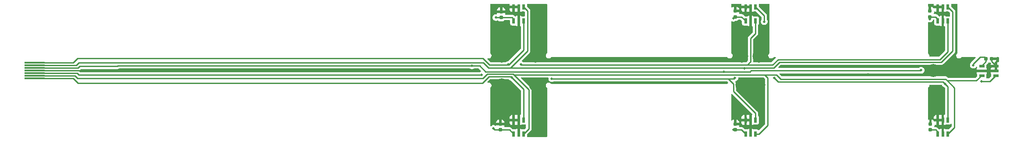
<source format=gtl>
G04 #@! TF.GenerationSoftware,KiCad,Pcbnew,7.0.7*
G04 #@! TF.CreationDate,2024-05-14T22:52:39+02:00*
G04 #@! TF.ProjectId,Index_Middle_Ring_V3,496e6465-785f-44d6-9964-646c655f5269,rev?*
G04 #@! TF.SameCoordinates,Original*
G04 #@! TF.FileFunction,Copper,L1,Top*
G04 #@! TF.FilePolarity,Positive*
%FSLAX46Y46*%
G04 Gerber Fmt 4.6, Leading zero omitted, Abs format (unit mm)*
G04 Created by KiCad (PCBNEW 7.0.7) date 2024-05-14 22:52:39*
%MOMM*%
%LPD*%
G01*
G04 APERTURE LIST*
G04 Aperture macros list*
%AMRoundRect*
0 Rectangle with rounded corners*
0 $1 Rounding radius*
0 $2 $3 $4 $5 $6 $7 $8 $9 X,Y pos of 4 corners*
0 Add a 4 corners polygon primitive as box body*
4,1,4,$2,$3,$4,$5,$6,$7,$8,$9,$2,$3,0*
0 Add four circle primitives for the rounded corners*
1,1,$1+$1,$2,$3*
1,1,$1+$1,$4,$5*
1,1,$1+$1,$6,$7*
1,1,$1+$1,$8,$9*
0 Add four rect primitives between the rounded corners*
20,1,$1+$1,$2,$3,$4,$5,0*
20,1,$1+$1,$4,$5,$6,$7,0*
20,1,$1+$1,$6,$7,$8,$9,0*
20,1,$1+$1,$8,$9,$2,$3,0*%
G04 Aperture macros list end*
G04 #@! TA.AperFunction,SMDPad,CuDef*
%ADD10RoundRect,0.155000X0.155000X-0.212500X0.155000X0.212500X-0.155000X0.212500X-0.155000X-0.212500X0*%
G04 #@! TD*
G04 #@! TA.AperFunction,SMDPad,CuDef*
%ADD11R,0.558800X0.977900*%
G04 #@! TD*
G04 #@! TA.AperFunction,SMDPad,CuDef*
%ADD12RoundRect,0.155000X-0.212500X-0.155000X0.212500X-0.155000X0.212500X0.155000X-0.212500X0.155000X0*%
G04 #@! TD*
G04 #@! TA.AperFunction,SMDPad,CuDef*
%ADD13R,4.000000X0.300000*%
G04 #@! TD*
G04 #@! TA.AperFunction,SMDPad,CuDef*
%ADD14R,0.977900X0.558800*%
G04 #@! TD*
G04 #@! TA.AperFunction,ViaPad*
%ADD15C,0.500000*%
G04 #@! TD*
G04 #@! TA.AperFunction,ViaPad*
%ADD16C,2.500000*%
G04 #@! TD*
G04 #@! TA.AperFunction,Conductor*
%ADD17C,0.250000*%
G04 #@! TD*
G04 APERTURE END LIST*
D10*
X217530000Y-107491500D03*
X217530000Y-106356500D03*
D11*
X183830001Y-105558750D03*
X182880000Y-105558750D03*
X181929999Y-105558750D03*
X181929999Y-108289250D03*
X182880000Y-108289250D03*
X183830001Y-108289250D03*
D12*
X228372500Y-115634000D03*
X229507500Y-115634000D03*
D13*
X44580000Y-116424000D03*
X44580000Y-116924000D03*
X44580000Y-117424000D03*
X44580000Y-117924000D03*
X44580000Y-118424000D03*
X44580000Y-118924000D03*
X44580000Y-119424000D03*
D11*
X183830001Y-127558750D03*
X182880000Y-127558750D03*
X181929999Y-127558750D03*
X181929999Y-130289250D03*
X182880000Y-130289250D03*
X183830001Y-130289250D03*
X220980001Y-127558750D03*
X220030000Y-127558750D03*
X219079999Y-127558750D03*
X219079999Y-130289250D03*
X220030000Y-130289250D03*
X220980001Y-130289250D03*
D10*
X179930000Y-107491500D03*
X179930000Y-106356500D03*
D11*
X139030001Y-127558750D03*
X138080000Y-127558750D03*
X137129999Y-127558750D03*
X137129999Y-130289250D03*
X138080000Y-130289250D03*
X139030001Y-130289250D03*
X139030001Y-105558750D03*
X138080000Y-105558750D03*
X137129999Y-105558750D03*
X137129999Y-108289250D03*
X138080000Y-108289250D03*
X139030001Y-108289250D03*
D10*
X134530001Y-129491499D03*
X134530001Y-128356499D03*
D14*
X230295250Y-118974001D03*
X230295250Y-118024000D03*
X230295250Y-117073999D03*
X227564750Y-117073999D03*
X227564750Y-118024000D03*
X227564750Y-118974001D03*
D10*
X217655000Y-129491500D03*
X217655000Y-128356500D03*
D11*
X220980001Y-105558750D03*
X220030000Y-105558750D03*
X219079999Y-105558750D03*
X219079999Y-108289250D03*
X220030000Y-108289250D03*
X220980001Y-108289250D03*
D10*
X134696000Y-107631500D03*
X134696000Y-106496500D03*
X179930000Y-129491500D03*
X179930000Y-128356500D03*
D15*
X129030000Y-117024000D03*
X217655000Y-129491500D03*
X179580000Y-129424000D03*
X217530000Y-107924000D03*
X177755000Y-118149000D03*
X215840000Y-117884000D03*
X179580000Y-107774000D03*
X225940000Y-116904000D03*
X133695998Y-107624000D03*
X220490000Y-120554000D03*
X179860000Y-119384000D03*
X136730000Y-119274000D03*
X144485000Y-119529000D03*
X227490000Y-120024000D03*
X187485000Y-119399000D03*
X181680000Y-117524000D03*
X185530000Y-108424000D03*
X136080000Y-116774000D03*
X138530000Y-116774000D03*
X219430000Y-106924000D03*
D16*
X218180000Y-117924000D03*
X181230000Y-120724000D03*
D15*
X218190000Y-121744000D03*
X58803726Y-117924000D03*
X205510000Y-117094000D03*
X180670000Y-125694000D03*
X219470000Y-111634000D03*
X133596000Y-106514000D03*
D16*
X184530000Y-115124000D03*
X184530000Y-120724000D03*
X222030000Y-117924000D03*
D15*
X186230000Y-110774000D03*
D16*
X141330000Y-120724000D03*
D15*
X56703725Y-117924000D03*
D16*
X181230000Y-115124000D03*
D15*
X205560000Y-118724000D03*
D16*
X141330000Y-115124000D03*
D15*
X224430001Y-118224000D03*
X133830000Y-128374000D03*
X58103723Y-117924000D03*
X59503725Y-117924000D03*
D16*
X134830000Y-115124000D03*
D15*
X57403724Y-117924000D03*
D16*
X134830000Y-120724000D03*
D15*
X133205000Y-129199000D03*
X130930000Y-118774000D03*
D17*
X219079999Y-129873999D02*
X218697500Y-129491500D01*
X219079999Y-107923999D02*
X218647500Y-107491500D01*
X215840000Y-117884000D02*
X215760000Y-117964000D01*
X129030000Y-117024000D02*
X60630000Y-117024000D01*
X215760000Y-117964000D02*
X183000000Y-117964000D01*
X217530000Y-107924000D02*
X217530000Y-107491500D01*
X177755000Y-118149000D02*
X131705000Y-118149000D01*
X133703498Y-107631500D02*
X134696000Y-107631500D01*
X228372500Y-115584000D02*
X228362500Y-115574000D01*
X228092500Y-115354000D02*
X228372500Y-115634000D01*
X133695998Y-107624000D02*
X133703498Y-107631500D01*
X219079999Y-108289250D02*
X219079999Y-107923999D01*
X225940000Y-116904000D02*
X225940000Y-116654000D01*
X137129999Y-107923999D02*
X136830000Y-107624000D01*
X53280000Y-117124000D02*
X60530000Y-117124000D01*
X228372500Y-116166249D02*
X228372500Y-115584000D01*
X218647500Y-107491500D02*
X217530000Y-107491500D01*
X53280000Y-117124000D02*
X52980000Y-117424000D01*
X179930000Y-107491500D02*
X181132249Y-107491500D01*
X137129999Y-108289250D02*
X137129999Y-107923999D01*
X60630000Y-117024000D02*
X60530000Y-117124000D01*
X182815000Y-118149000D02*
X177755000Y-118149000D01*
X227240000Y-115354000D02*
X228092500Y-115354000D01*
X181132249Y-129491500D02*
X181929999Y-130289250D01*
X130580000Y-117024000D02*
X129030000Y-117024000D01*
X136830000Y-107624000D02*
X134703500Y-107624000D01*
X183000000Y-117964000D02*
X182815000Y-118149000D01*
X225940000Y-116654000D02*
X227240000Y-115354000D01*
X227564750Y-116973999D02*
X228372500Y-116166249D01*
X179930000Y-129491500D02*
X181132249Y-129491500D01*
X219079999Y-130289250D02*
X219079999Y-129873999D01*
X218697500Y-129491500D02*
X217655000Y-129491500D01*
X52980000Y-117424000D02*
X44580000Y-117424000D01*
X134703500Y-107624000D02*
X134696000Y-107631500D01*
X181132249Y-107491500D02*
X181929999Y-108289250D01*
X131705000Y-118149000D02*
X130580000Y-117024000D01*
X220550000Y-119594000D02*
X220880000Y-119924000D01*
X220880000Y-119924000D02*
X226514751Y-119924000D01*
X52330000Y-118924000D02*
X52880000Y-119474000D01*
X52880000Y-119474000D02*
X131130000Y-119474000D01*
X222280000Y-128989251D02*
X220980001Y-130289250D01*
X186210000Y-127644000D02*
X186210000Y-119384000D01*
X136980000Y-118624000D02*
X137110000Y-118754000D01*
X131130000Y-119474000D02*
X131980000Y-118624000D01*
X140030000Y-129289251D02*
X139030001Y-130289250D01*
X186240000Y-127674000D02*
X186210000Y-127644000D01*
X186240000Y-128574000D02*
X184524750Y-130289250D01*
X187880000Y-118754000D02*
X188720000Y-119594000D01*
X220880000Y-119924000D02*
X222280000Y-121324000D01*
X222280000Y-121324000D02*
X222280000Y-128989251D01*
X140030000Y-121674000D02*
X140030000Y-129289251D01*
X185580000Y-118754000D02*
X187880000Y-118754000D01*
X186240000Y-127674000D02*
X186240000Y-128574000D01*
X188720000Y-119594000D02*
X220550000Y-119594000D01*
X184524750Y-130289250D02*
X183830001Y-130289250D01*
X137110000Y-118754000D02*
X185580000Y-118754000D01*
X136930000Y-118624000D02*
X136980000Y-118624000D01*
X185580000Y-118754000D02*
X186210000Y-119384000D01*
X226514751Y-119924000D02*
X227564750Y-118874001D01*
X131980000Y-118624000D02*
X136930000Y-118624000D01*
X136980000Y-118624000D02*
X140030000Y-121674000D01*
X44580000Y-118924000D02*
X52330000Y-118924000D01*
X44580000Y-119424000D02*
X52030000Y-119424000D01*
X139030001Y-121574001D02*
X139030001Y-127558750D01*
X178570000Y-119534000D02*
X179580000Y-120544000D01*
X220490000Y-120554000D02*
X220980001Y-121044001D01*
X52980000Y-120374000D02*
X131080000Y-120374000D01*
X220490000Y-120554000D02*
X220110000Y-120174000D01*
X132360000Y-119094000D02*
X136550000Y-119094000D01*
X179860000Y-119384000D02*
X179710000Y-119534000D01*
X183830001Y-126274001D02*
X183830001Y-127558750D01*
X52030000Y-119424000D02*
X52980000Y-120374000D01*
X188260000Y-120174000D02*
X187485000Y-119399000D01*
X136550000Y-119094000D02*
X139030001Y-121574001D01*
X229145251Y-120024000D02*
X230295250Y-118874001D01*
X220980001Y-121044001D02*
X220980001Y-127558750D01*
X220110000Y-120174000D02*
X188260000Y-120174000D01*
X144490000Y-119534000D02*
X144485000Y-119529000D01*
X179580000Y-122024000D02*
X183830001Y-126274001D01*
X179580000Y-120544000D02*
X179580000Y-122024000D01*
X227490000Y-120024000D02*
X229145251Y-120024000D01*
X179710000Y-119534000D02*
X144490000Y-119534000D01*
X131080000Y-120374000D02*
X132360000Y-119094000D01*
X221950000Y-114124000D02*
X221950000Y-106528749D01*
X52580000Y-116924000D02*
X53130000Y-116374000D01*
X185530000Y-107258749D02*
X183830001Y-105558750D01*
X136480000Y-117424000D02*
X136530000Y-117424000D01*
X132280000Y-117424000D02*
X136480000Y-117424000D01*
X136480000Y-117424000D02*
X187390000Y-117424000D01*
X53130000Y-116374000D02*
X131230000Y-116374000D01*
X219760000Y-116314000D02*
X221950000Y-114124000D01*
X139830000Y-114124000D02*
X139830000Y-106358749D01*
X44580000Y-116924000D02*
X52580000Y-116924000D01*
X185530000Y-108424000D02*
X185530000Y-107258749D01*
X221950000Y-106528749D02*
X220980001Y-105558750D01*
X188500000Y-116314000D02*
X219760000Y-116314000D01*
X187390000Y-117424000D02*
X188500000Y-116314000D01*
X131230000Y-116374000D02*
X132280000Y-117424000D01*
X139830000Y-106358749D02*
X139030001Y-105558750D01*
X136530000Y-117424000D02*
X139830000Y-114124000D01*
X182230000Y-116874000D02*
X187120000Y-116874000D01*
X52880000Y-115574000D02*
X131180000Y-115574000D01*
X44580000Y-116424000D02*
X52030000Y-116424000D01*
X131180000Y-115574000D02*
X132430000Y-116824000D01*
X182880000Y-116224000D02*
X182880000Y-111674000D01*
X187120000Y-116874000D02*
X188200000Y-115794000D01*
X219460000Y-115794000D02*
X220980001Y-114273999D01*
X188200000Y-115794000D02*
X219460000Y-115794000D01*
X138530000Y-116774000D02*
X138630000Y-116874000D01*
X136130000Y-116824000D02*
X139030001Y-113923999D01*
X183830001Y-110723999D02*
X183830001Y-108289250D01*
X182230000Y-116874000D02*
X182880000Y-116224000D01*
X132430000Y-116824000D02*
X136130000Y-116824000D01*
X182880000Y-111674000D02*
X183830001Y-110723999D01*
X220980001Y-114273999D02*
X220980001Y-108289250D01*
X52030000Y-116424000D02*
X52880000Y-115574000D01*
X138630000Y-116874000D02*
X182230000Y-116874000D01*
X139030001Y-113923999D02*
X139030001Y-108289250D01*
X228590000Y-117924000D02*
X229540001Y-116973999D01*
X229540001Y-116973999D02*
X230295250Y-116973999D01*
X230295250Y-116973999D02*
X230295250Y-117924000D01*
X44580000Y-117924000D02*
X59503725Y-117924000D01*
X227564750Y-117924000D02*
X228590000Y-117924000D01*
X229497500Y-115574000D02*
X229497500Y-116176249D01*
X229497500Y-116176249D02*
X230295250Y-116973999D01*
X133497499Y-129491499D02*
X134530001Y-129491499D01*
X53080000Y-118774000D02*
X52730000Y-118424000D01*
X130930000Y-118774000D02*
X53080000Y-118774000D01*
X52730000Y-118424000D02*
X44580000Y-118424000D01*
X136332248Y-129491499D02*
X137129999Y-130289250D01*
X133205000Y-129199000D02*
X133497499Y-129491499D01*
X134530001Y-129491499D02*
X136332248Y-129491499D01*
G04 #@! TA.AperFunction,Conductor*
G36*
X143806460Y-119298407D02*
G01*
X143842424Y-119347907D01*
X143846547Y-119390433D01*
X143829722Y-119528998D01*
X143829722Y-119529001D01*
X143848762Y-119685816D01*
X143848763Y-119685818D01*
X143874204Y-119752900D01*
X143904780Y-119833523D01*
X143994515Y-119963528D01*
X143994516Y-119963529D01*
X143994517Y-119963530D01*
X144112760Y-120068283D01*
X144252635Y-120141696D01*
X144406015Y-120179500D01*
X144406018Y-120179500D01*
X144563982Y-120179500D01*
X144563985Y-120179500D01*
X144717365Y-120141696D01*
X144852368Y-120070839D01*
X144898376Y-120059500D01*
X178311322Y-120059500D01*
X178369513Y-120078407D01*
X178381326Y-120088496D01*
X178537894Y-120245064D01*
X178565671Y-120299581D01*
X178556100Y-120360013D01*
X178537893Y-120385072D01*
X178432397Y-120490567D01*
X178431207Y-120489377D01*
X178387490Y-120519423D01*
X178359373Y-120523500D01*
X144395617Y-120523500D01*
X144337426Y-120504593D01*
X144322814Y-120490359D01*
X144322599Y-120490575D01*
X144266795Y-120434771D01*
X144215517Y-120383492D01*
X144096250Y-120314632D01*
X144089991Y-120311018D01*
X144089990Y-120311017D01*
X144089989Y-120311017D01*
X143977398Y-120280848D01*
X143949976Y-120273500D01*
X143805029Y-120273500D01*
X143665027Y-120311010D01*
X143665017Y-120311015D01*
X143539491Y-120383484D01*
X143436997Y-120485977D01*
X143364517Y-120611510D01*
X143364516Y-120611513D01*
X143327002Y-120751511D01*
X143327001Y-120751514D01*
X143326999Y-120896465D01*
X143326999Y-120896468D01*
X143364510Y-121036474D01*
X143364512Y-121036477D01*
X143436981Y-121162004D01*
X143544063Y-121269090D01*
X143542871Y-121270281D01*
X143572914Y-121313987D01*
X143576993Y-121342111D01*
X143576993Y-130774500D01*
X143558086Y-130832691D01*
X143508586Y-130868655D01*
X143477993Y-130873500D01*
X139808901Y-130873500D01*
X139750710Y-130854593D01*
X139714746Y-130805093D01*
X139709901Y-130774500D01*
X139709900Y-130393527D01*
X139728807Y-130335336D01*
X139738890Y-130323529D01*
X140395228Y-129667191D01*
X140441469Y-129624006D01*
X140463679Y-129587480D01*
X140466529Y-129583293D01*
X140492364Y-129549226D01*
X140499257Y-129531747D01*
X140506769Y-129516623D01*
X140516526Y-129500579D01*
X140528061Y-129459406D01*
X140529674Y-129454612D01*
X140545357Y-129414844D01*
X140545358Y-129414842D01*
X140545357Y-129414842D01*
X140545359Y-129414840D01*
X140547280Y-129396142D01*
X140550431Y-129379568D01*
X140555500Y-129361479D01*
X140555500Y-129318728D01*
X140555760Y-129313663D01*
X140558674Y-129285311D01*
X140560131Y-129271141D01*
X140556939Y-129252625D01*
X140555500Y-129235806D01*
X140555500Y-121682984D01*
X140555576Y-121680747D01*
X140557660Y-121619755D01*
X140547538Y-121578221D01*
X140546592Y-121573242D01*
X140545760Y-121567189D01*
X140540771Y-121530889D01*
X140533283Y-121513651D01*
X140527904Y-121497657D01*
X140523457Y-121479405D01*
X140502501Y-121442135D01*
X140500258Y-121437619D01*
X140483219Y-121398391D01*
X140471352Y-121383804D01*
X140461862Y-121369859D01*
X140452658Y-121353489D01*
X140422427Y-121323257D01*
X140419029Y-121319492D01*
X140414550Y-121313987D01*
X140392054Y-121286335D01*
X140392053Y-121286334D01*
X140392052Y-121286333D01*
X140376706Y-121275500D01*
X140363794Y-121264625D01*
X138547673Y-119448504D01*
X138519896Y-119393987D01*
X138529467Y-119333555D01*
X138572732Y-119290290D01*
X138617677Y-119279500D01*
X143748269Y-119279500D01*
X143806460Y-119298407D01*
G37*
G04 #@! TD.AperFunction*
G04 #@! TA.AperFunction,Conductor*
G36*
X136184296Y-119638407D02*
G01*
X136207579Y-119662260D01*
X136214859Y-119672807D01*
X136239515Y-119708528D01*
X136239516Y-119708529D01*
X136239517Y-119708530D01*
X136357760Y-119813283D01*
X136497635Y-119886696D01*
X136606059Y-119913418D01*
X136652367Y-119939536D01*
X138475505Y-121762674D01*
X138503282Y-121817191D01*
X138504501Y-121832678D01*
X138504501Y-126470800D01*
X138485594Y-126528991D01*
X138436094Y-126564955D01*
X138405501Y-126569800D01*
X138330001Y-126569800D01*
X138330000Y-126569801D01*
X138330000Y-128547699D01*
X138330001Y-128547700D01*
X138407224Y-128547700D01*
X138466770Y-128541298D01*
X138466781Y-128541296D01*
X138601487Y-128491054D01*
X138601488Y-128491053D01*
X138635775Y-128465385D01*
X138693689Y-128445646D01*
X138710591Y-128446855D01*
X138719082Y-128448200D01*
X139340919Y-128448199D01*
X139340921Y-128448199D01*
X139340921Y-128448198D01*
X139374905Y-128442816D01*
X139390014Y-128440424D01*
X139450446Y-128449996D01*
X139493710Y-128493261D01*
X139504500Y-128538205D01*
X139504500Y-129030574D01*
X139485593Y-129088765D01*
X139475503Y-129100578D01*
X139205276Y-129370804D01*
X139150760Y-129398581D01*
X139135273Y-129399800D01*
X138719083Y-129399800D01*
X138710586Y-129401146D01*
X138650155Y-129391568D01*
X138635779Y-129382617D01*
X138601485Y-129356944D01*
X138466781Y-129306703D01*
X138466770Y-129306701D01*
X138407224Y-129300300D01*
X138330001Y-129300300D01*
X138330000Y-129300301D01*
X138330000Y-130440250D01*
X138311093Y-130498441D01*
X138261593Y-130534405D01*
X138231000Y-130539250D01*
X137929000Y-130539250D01*
X137870809Y-130520343D01*
X137834845Y-130470843D01*
X137830000Y-130440250D01*
X137830000Y-129300301D01*
X137829999Y-129300300D01*
X137752776Y-129300300D01*
X137693229Y-129306701D01*
X137693218Y-129306703D01*
X137558510Y-129356946D01*
X137524219Y-129382616D01*
X137466304Y-129402352D01*
X137449411Y-129401144D01*
X137440922Y-129399800D01*
X137440918Y-129399800D01*
X137024726Y-129399800D01*
X136966535Y-129380893D01*
X136954723Y-129370804D01*
X136710188Y-129126270D01*
X136667005Y-129080031D01*
X136667003Y-129080030D01*
X136630480Y-129057820D01*
X136626287Y-129054966D01*
X136592221Y-129029133D01*
X136574740Y-129022239D01*
X136559629Y-129014734D01*
X136543573Y-129004971D01*
X136502414Y-128993439D01*
X136497608Y-128991823D01*
X136457837Y-128976140D01*
X136457840Y-128976140D01*
X136445876Y-128974910D01*
X136439140Y-128974217D01*
X136422562Y-128971066D01*
X136404476Y-128965999D01*
X136361726Y-128965999D01*
X136356662Y-128965739D01*
X136322309Y-128962208D01*
X136314138Y-128961368D01*
X136314137Y-128961368D01*
X136295623Y-128964560D01*
X136278804Y-128965999D01*
X135383287Y-128965999D01*
X135325096Y-128947092D01*
X135289132Y-128897592D01*
X135289132Y-128836406D01*
X135290268Y-128833399D01*
X135337077Y-128672281D01*
X135337079Y-128672274D01*
X135340001Y-128635145D01*
X135340001Y-128606500D01*
X135340000Y-128606499D01*
X133720002Y-128606499D01*
X133702856Y-128623644D01*
X133701094Y-128629068D01*
X133651594Y-128665032D01*
X133590408Y-128665032D01*
X133574993Y-128658537D01*
X133437364Y-128586303D01*
X133283987Y-128548500D01*
X133283985Y-128548500D01*
X133126015Y-128548500D01*
X133126012Y-128548500D01*
X132972635Y-128586303D01*
X132832758Y-128659718D01*
X132742642Y-128739553D01*
X132686547Y-128763988D01*
X132626803Y-128750785D01*
X132586230Y-128704986D01*
X132577993Y-128665450D01*
X132577993Y-128106498D01*
X133720001Y-128106498D01*
X133720002Y-128106499D01*
X134280000Y-128106499D01*
X134280001Y-128106498D01*
X134280001Y-127491269D01*
X134280000Y-127491268D01*
X134780001Y-127491268D01*
X134780001Y-128106498D01*
X134780002Y-128106499D01*
X135340000Y-128106499D01*
X135340001Y-128106497D01*
X135340001Y-128095524D01*
X136350598Y-128095524D01*
X136357000Y-128155070D01*
X136357002Y-128155081D01*
X136407245Y-128289788D01*
X136407246Y-128289790D01*
X136493406Y-128404884D01*
X136493414Y-128404892D01*
X136608508Y-128491052D01*
X136608510Y-128491053D01*
X136743217Y-128541296D01*
X136743228Y-128541298D01*
X136802775Y-128547700D01*
X136879998Y-128547700D01*
X136879999Y-128547699D01*
X137379999Y-128547699D01*
X137380000Y-128547700D01*
X137457223Y-128547700D01*
X137516769Y-128541298D01*
X137516773Y-128541297D01*
X137570401Y-128521295D01*
X137631530Y-128518674D01*
X137639596Y-128521295D01*
X137693222Y-128541296D01*
X137693229Y-128541298D01*
X137752776Y-128547700D01*
X137829999Y-128547700D01*
X137830000Y-128547699D01*
X137830000Y-127808750D01*
X137380000Y-127808750D01*
X137379999Y-127808751D01*
X137379999Y-128547699D01*
X136879999Y-128547699D01*
X136879999Y-128547698D01*
X136879999Y-127808750D01*
X136350599Y-127808750D01*
X136350599Y-128095524D01*
X136350598Y-128095524D01*
X135340001Y-128095524D01*
X135340001Y-128077853D01*
X135337079Y-128040723D01*
X135337077Y-128040716D01*
X135290908Y-127881801D01*
X135206666Y-127739355D01*
X135089644Y-127622333D01*
X134947199Y-127538092D01*
X134788279Y-127491920D01*
X134780001Y-127491268D01*
X134280000Y-127491268D01*
X134271722Y-127491920D01*
X134112802Y-127538092D01*
X133970357Y-127622333D01*
X133853335Y-127739355D01*
X133769093Y-127881801D01*
X133722924Y-128040716D01*
X133722922Y-128040723D01*
X133720001Y-128077853D01*
X133720001Y-128106498D01*
X132577993Y-128106498D01*
X132577993Y-127308748D01*
X136350599Y-127308748D01*
X136350600Y-127308750D01*
X136879998Y-127308750D01*
X136879999Y-127308749D01*
X137379999Y-127308749D01*
X137380000Y-127308750D01*
X137829999Y-127308750D01*
X137830000Y-127308749D01*
X137830000Y-126569801D01*
X137829999Y-126569800D01*
X137752776Y-126569800D01*
X137693223Y-126576202D01*
X137639593Y-126596204D01*
X137578464Y-126598823D01*
X137570402Y-126596203D01*
X137516780Y-126576203D01*
X137516769Y-126576201D01*
X137457223Y-126569800D01*
X137380000Y-126569800D01*
X137379999Y-126569801D01*
X137379999Y-127308749D01*
X136879999Y-127308749D01*
X136879999Y-126569801D01*
X136879998Y-126569800D01*
X136802775Y-126569800D01*
X136743228Y-126576201D01*
X136743217Y-126576203D01*
X136608510Y-126626446D01*
X136608508Y-126626447D01*
X136493414Y-126712607D01*
X136493406Y-126712615D01*
X136407246Y-126827709D01*
X136407245Y-126827711D01*
X136357002Y-126962418D01*
X136357000Y-126962429D01*
X136350599Y-127021975D01*
X136350599Y-127308748D01*
X132577993Y-127308748D01*
X132577993Y-121342130D01*
X132596900Y-121283939D01*
X132611134Y-121269326D01*
X132610919Y-121269111D01*
X132615506Y-121264524D01*
X132615508Y-121264523D01*
X132718007Y-121162029D01*
X132790486Y-121036498D01*
X132790493Y-121036474D01*
X132807816Y-120971825D01*
X132828005Y-120896486D01*
X132828008Y-120751534D01*
X132790494Y-120611521D01*
X132790494Y-120611520D01*
X132718021Y-120485989D01*
X132718020Y-120485987D01*
X132615525Y-120383489D01*
X132615522Y-120383487D01*
X132615520Y-120383485D01*
X132489991Y-120311010D01*
X132349984Y-120273494D01*
X132349980Y-120273493D01*
X132205027Y-120273493D01*
X132177577Y-120280848D01*
X132116476Y-120277645D01*
X132068927Y-120239139D01*
X132053092Y-120180038D01*
X132075020Y-120122917D01*
X132081947Y-120115222D01*
X132548673Y-119648495D01*
X132603190Y-119620719D01*
X132618677Y-119619500D01*
X136126105Y-119619500D01*
X136184296Y-119638407D01*
G37*
G04 #@! TD.AperFunction*
G04 #@! TA.AperFunction,Conductor*
G36*
X185379514Y-119298407D02*
G01*
X185391326Y-119308496D01*
X185655503Y-119572672D01*
X185683281Y-119627189D01*
X185684500Y-119642676D01*
X185684500Y-127635015D01*
X185682340Y-127698244D01*
X185682340Y-127698250D01*
X185692458Y-127739766D01*
X185693405Y-127744749D01*
X185699228Y-127787111D01*
X185706303Y-127803397D01*
X185714500Y-127842840D01*
X185714500Y-128315322D01*
X185695593Y-128373513D01*
X185685504Y-128385326D01*
X184543165Y-129527665D01*
X184488648Y-129555442D01*
X184428216Y-129545871D01*
X184403160Y-129527667D01*
X184347743Y-129472250D01*
X184234705Y-129414654D01*
X184234706Y-129414654D01*
X184140923Y-129399800D01*
X183519083Y-129399800D01*
X183510586Y-129401146D01*
X183450155Y-129391568D01*
X183435779Y-129382617D01*
X183401485Y-129356944D01*
X183266781Y-129306703D01*
X183266770Y-129306701D01*
X183207224Y-129300300D01*
X183130000Y-129300300D01*
X183130000Y-130440250D01*
X183111093Y-130498441D01*
X183061593Y-130534405D01*
X183031000Y-130539250D01*
X182729000Y-130539250D01*
X182670809Y-130520343D01*
X182634845Y-130470843D01*
X182630000Y-130440250D01*
X182630000Y-129300301D01*
X182629999Y-129300300D01*
X182552776Y-129300300D01*
X182493229Y-129306701D01*
X182493218Y-129306703D01*
X182358510Y-129356946D01*
X182324219Y-129382616D01*
X182266304Y-129402352D01*
X182249411Y-129401144D01*
X182240922Y-129399800D01*
X182240918Y-129399800D01*
X181824726Y-129399800D01*
X181766535Y-129380893D01*
X181754723Y-129370804D01*
X181510189Y-129126271D01*
X181467006Y-129080032D01*
X181467004Y-129080031D01*
X181453110Y-129071582D01*
X181430478Y-129057819D01*
X181426288Y-129054967D01*
X181392222Y-129029134D01*
X181374741Y-129022240D01*
X181359630Y-129014735D01*
X181343574Y-129004972D01*
X181302415Y-128993440D01*
X181297609Y-128991824D01*
X181257838Y-128976141D01*
X181257841Y-128976141D01*
X181245877Y-128974911D01*
X181239141Y-128974218D01*
X181222563Y-128971067D01*
X181204477Y-128966000D01*
X181161727Y-128966000D01*
X181156663Y-128965740D01*
X181122310Y-128962209D01*
X181114139Y-128961369D01*
X181114138Y-128961369D01*
X181095624Y-128964561D01*
X181078805Y-128966000D01*
X180783286Y-128966000D01*
X180725095Y-128947093D01*
X180689131Y-128897593D01*
X180689131Y-128836407D01*
X180690267Y-128833400D01*
X180737076Y-128672282D01*
X180737078Y-128672275D01*
X180740000Y-128635146D01*
X180740000Y-128606501D01*
X180739999Y-128606500D01*
X179779000Y-128606500D01*
X179720809Y-128587593D01*
X179684845Y-128538093D01*
X179680000Y-128507500D01*
X179680000Y-127491270D01*
X179679999Y-127491269D01*
X180180000Y-127491269D01*
X180180000Y-128106499D01*
X180180001Y-128106500D01*
X180739999Y-128106500D01*
X180740000Y-128106499D01*
X180740000Y-128095524D01*
X181150598Y-128095524D01*
X181157000Y-128155070D01*
X181157002Y-128155081D01*
X181207245Y-128289788D01*
X181207246Y-128289790D01*
X181293406Y-128404884D01*
X181293414Y-128404892D01*
X181408508Y-128491052D01*
X181408510Y-128491053D01*
X181543217Y-128541296D01*
X181543228Y-128541298D01*
X181602775Y-128547700D01*
X181679998Y-128547700D01*
X181679999Y-128547699D01*
X182179999Y-128547699D01*
X182180000Y-128547700D01*
X182257223Y-128547700D01*
X182316769Y-128541298D01*
X182316773Y-128541297D01*
X182370401Y-128521295D01*
X182431530Y-128518674D01*
X182439596Y-128521295D01*
X182493222Y-128541296D01*
X182493229Y-128541298D01*
X182552776Y-128547700D01*
X182629999Y-128547700D01*
X182630000Y-128547699D01*
X182630000Y-127808750D01*
X182180000Y-127808750D01*
X182179999Y-127808751D01*
X182179999Y-128547699D01*
X181679999Y-128547699D01*
X181679999Y-128547698D01*
X181679999Y-127808750D01*
X181150599Y-127808750D01*
X181150599Y-128095524D01*
X181150598Y-128095524D01*
X180740000Y-128095524D01*
X180740000Y-128077854D01*
X180737078Y-128040724D01*
X180737076Y-128040717D01*
X180690907Y-127881802D01*
X180606665Y-127739356D01*
X180489643Y-127622334D01*
X180347198Y-127538093D01*
X180188278Y-127491921D01*
X180180000Y-127491269D01*
X179679999Y-127491269D01*
X179671721Y-127491921D01*
X179512801Y-127538093D01*
X179370356Y-127622334D01*
X179346997Y-127645694D01*
X179292480Y-127673471D01*
X179232048Y-127663900D01*
X179188783Y-127620635D01*
X179177993Y-127575690D01*
X179177993Y-127308748D01*
X181150599Y-127308748D01*
X181150600Y-127308750D01*
X181679998Y-127308750D01*
X181679999Y-127308749D01*
X182179999Y-127308749D01*
X182180000Y-127308750D01*
X182629999Y-127308750D01*
X182630000Y-127308749D01*
X182630000Y-126569801D01*
X182629999Y-126569800D01*
X182552776Y-126569800D01*
X182493223Y-126576202D01*
X182439593Y-126596204D01*
X182378464Y-126598823D01*
X182370402Y-126596203D01*
X182316780Y-126576203D01*
X182316769Y-126576201D01*
X182257223Y-126569800D01*
X182180000Y-126569800D01*
X182179999Y-126569801D01*
X182179999Y-127308749D01*
X181679999Y-127308749D01*
X181679999Y-126569801D01*
X181679998Y-126569800D01*
X181602775Y-126569800D01*
X181543228Y-126576201D01*
X181543217Y-126576203D01*
X181408510Y-126626446D01*
X181408508Y-126626447D01*
X181293414Y-126712607D01*
X181293406Y-126712615D01*
X181207246Y-126827709D01*
X181207245Y-126827711D01*
X181157002Y-126962418D01*
X181157000Y-126962429D01*
X181150599Y-127021975D01*
X181150599Y-127308748D01*
X179177993Y-127308748D01*
X179177993Y-122604170D01*
X179196900Y-122545979D01*
X179246400Y-122510015D01*
X179307586Y-122510015D01*
X179346994Y-122534164D01*
X182677457Y-125864626D01*
X183213627Y-126400796D01*
X183241404Y-126455313D01*
X183231833Y-126515745D01*
X183188568Y-126559010D01*
X183143623Y-126569800D01*
X183130001Y-126569800D01*
X183130000Y-126569801D01*
X183130000Y-128547699D01*
X183130001Y-128547700D01*
X183207224Y-128547700D01*
X183266770Y-128541298D01*
X183266781Y-128541296D01*
X183401487Y-128491054D01*
X183401488Y-128491053D01*
X183435775Y-128465385D01*
X183493689Y-128445646D01*
X183510591Y-128446855D01*
X183519082Y-128448200D01*
X184140919Y-128448199D01*
X184140921Y-128448199D01*
X184140922Y-128448198D01*
X184190013Y-128440424D01*
X184234700Y-128433347D01*
X184234700Y-128433346D01*
X184234705Y-128433346D01*
X184347743Y-128375750D01*
X184437451Y-128286042D01*
X184495047Y-128173004D01*
X184509901Y-128079219D01*
X184509900Y-127038282D01*
X184509900Y-127038281D01*
X184509900Y-127038278D01*
X184509899Y-127038276D01*
X184495048Y-126944500D01*
X184495047Y-126944498D01*
X184495047Y-126944496D01*
X184437451Y-126831458D01*
X184423683Y-126817690D01*
X184384497Y-126778503D01*
X184356720Y-126723986D01*
X184355501Y-126708500D01*
X184355501Y-126282985D01*
X184355577Y-126280748D01*
X184357661Y-126219756D01*
X184347535Y-126178207D01*
X184346595Y-126173259D01*
X184340772Y-126130890D01*
X184333281Y-126113646D01*
X184327904Y-126097655D01*
X184323458Y-126079407D01*
X184302511Y-126042153D01*
X184300254Y-126037610D01*
X184283222Y-125998396D01*
X184283218Y-125998389D01*
X184271363Y-125983818D01*
X184261861Y-125969857D01*
X184252659Y-125953491D01*
X184252658Y-125953489D01*
X184237543Y-125938374D01*
X184222428Y-125923258D01*
X184219030Y-125919493D01*
X184192053Y-125886334D01*
X184176707Y-125875501D01*
X184163795Y-125864626D01*
X180134496Y-121835327D01*
X180106719Y-121780810D01*
X180105500Y-121765323D01*
X180105500Y-120552984D01*
X180105573Y-120550824D01*
X180107660Y-120489755D01*
X180098376Y-120451660D01*
X180097538Y-120448221D01*
X180096592Y-120443248D01*
X180090771Y-120400889D01*
X180083285Y-120383656D01*
X180077904Y-120367654D01*
X180073458Y-120349406D01*
X180052507Y-120312146D01*
X180050250Y-120307603D01*
X180038629Y-120280848D01*
X180033219Y-120268391D01*
X180021358Y-120253813D01*
X180011861Y-120239857D01*
X180010887Y-120238125D01*
X180002658Y-120223489D01*
X179984260Y-120205091D01*
X179972427Y-120193257D01*
X179969029Y-120189492D01*
X179968682Y-120189066D01*
X179957586Y-120175426D01*
X179935530Y-120118354D01*
X179951232Y-120059218D01*
X179998694Y-120020605D01*
X180010670Y-120016831D01*
X180092365Y-119996696D01*
X180232240Y-119923283D01*
X180350483Y-119818530D01*
X180440220Y-119688523D01*
X180496237Y-119540818D01*
X180515278Y-119384000D01*
X180515278Y-119378500D01*
X180534185Y-119320309D01*
X180583685Y-119284345D01*
X180614278Y-119279500D01*
X185321323Y-119279500D01*
X185379514Y-119298407D01*
G37*
G04 #@! TD.AperFunction*
G04 #@! TA.AperFunction,Conductor*
G36*
X219839327Y-120718407D02*
G01*
X219873701Y-120763392D01*
X219887016Y-120798498D01*
X219909780Y-120858523D01*
X219999515Y-120988528D01*
X219999516Y-120988529D01*
X219999517Y-120988530D01*
X220117760Y-121093283D01*
X220257635Y-121166696D01*
X220366059Y-121193418D01*
X220412367Y-121219536D01*
X220425505Y-121232674D01*
X220453282Y-121287191D01*
X220454501Y-121302678D01*
X220454501Y-126470800D01*
X220435594Y-126528991D01*
X220386094Y-126564955D01*
X220355501Y-126569800D01*
X220280000Y-126569800D01*
X220280000Y-128547699D01*
X220280001Y-128547700D01*
X220357224Y-128547700D01*
X220416770Y-128541298D01*
X220416781Y-128541296D01*
X220551487Y-128491054D01*
X220551488Y-128491053D01*
X220585775Y-128465385D01*
X220643689Y-128445646D01*
X220660591Y-128446855D01*
X220669082Y-128448200D01*
X221290919Y-128448199D01*
X221290921Y-128448199D01*
X221290922Y-128448198D01*
X221340013Y-128440424D01*
X221384700Y-128433347D01*
X221384700Y-128433346D01*
X221384705Y-128433346D01*
X221497743Y-128375750D01*
X221585497Y-128287995D01*
X221640011Y-128260219D01*
X221700444Y-128269790D01*
X221743708Y-128313054D01*
X221754499Y-128358000D01*
X221754499Y-128730573D01*
X221735592Y-128788764D01*
X221725503Y-128800577D01*
X221155276Y-129370804D01*
X221100759Y-129398581D01*
X221085272Y-129399800D01*
X220669083Y-129399800D01*
X220660586Y-129401146D01*
X220600155Y-129391568D01*
X220585779Y-129382617D01*
X220551485Y-129356944D01*
X220416781Y-129306703D01*
X220416770Y-129306701D01*
X220357224Y-129300300D01*
X220280001Y-129300300D01*
X220280000Y-129300301D01*
X220280000Y-130440250D01*
X220261093Y-130498441D01*
X220211593Y-130534405D01*
X220181000Y-130539250D01*
X219879000Y-130539250D01*
X219820809Y-130520343D01*
X219784845Y-130470843D01*
X219780000Y-130440250D01*
X219780000Y-129300301D01*
X219779999Y-129300300D01*
X219702776Y-129300300D01*
X219643229Y-129306701D01*
X219643218Y-129306703D01*
X219508510Y-129356946D01*
X219474219Y-129382616D01*
X219416304Y-129402352D01*
X219399411Y-129401144D01*
X219390922Y-129399800D01*
X219390918Y-129399800D01*
X219389977Y-129399800D01*
X219389674Y-129399701D01*
X219387045Y-129399495D01*
X219387094Y-129398863D01*
X219331786Y-129380893D01*
X219319974Y-129370804D01*
X219075440Y-129126271D01*
X219032257Y-129080032D01*
X219032255Y-129080031D01*
X219018361Y-129071582D01*
X218995729Y-129057819D01*
X218991539Y-129054967D01*
X218957473Y-129029134D01*
X218939992Y-129022240D01*
X218924881Y-129014735D01*
X218908825Y-129004972D01*
X218867666Y-128993440D01*
X218862860Y-128991824D01*
X218823089Y-128976141D01*
X218823092Y-128976141D01*
X218811128Y-128974911D01*
X218804392Y-128974218D01*
X218787814Y-128971067D01*
X218769728Y-128966000D01*
X218726978Y-128966000D01*
X218721914Y-128965740D01*
X218687561Y-128962209D01*
X218679390Y-128961369D01*
X218679389Y-128961369D01*
X218660875Y-128964561D01*
X218644056Y-128966000D01*
X218508286Y-128966000D01*
X218450095Y-128947093D01*
X218414131Y-128897593D01*
X218414131Y-128836407D01*
X218415267Y-128833400D01*
X218462076Y-128672282D01*
X218462078Y-128672275D01*
X218465000Y-128635146D01*
X218465000Y-128598762D01*
X218483907Y-128540571D01*
X218533407Y-128504607D01*
X218594593Y-128504607D01*
X218598597Y-128506004D01*
X218693220Y-128541296D01*
X218693228Y-128541298D01*
X218752775Y-128547700D01*
X218829998Y-128547700D01*
X218829999Y-128547699D01*
X218829999Y-127808750D01*
X219329999Y-127808750D01*
X219329999Y-128547699D01*
X219330000Y-128547700D01*
X219407223Y-128547700D01*
X219466769Y-128541298D01*
X219466773Y-128541297D01*
X219520401Y-128521295D01*
X219581530Y-128518674D01*
X219589596Y-128521295D01*
X219643222Y-128541296D01*
X219643229Y-128541298D01*
X219702776Y-128547700D01*
X219779999Y-128547700D01*
X219780000Y-128547699D01*
X219780000Y-127808751D01*
X219779999Y-127808750D01*
X219329999Y-127808750D01*
X218829999Y-127808750D01*
X218359598Y-127808750D01*
X218301407Y-127789843D01*
X218265443Y-127740343D01*
X218260598Y-127709750D01*
X218260598Y-127668289D01*
X218214643Y-127622334D01*
X218072198Y-127538093D01*
X217913278Y-127491921D01*
X217905000Y-127491269D01*
X217905000Y-128507500D01*
X217886093Y-128565691D01*
X217836593Y-128601655D01*
X217806000Y-128606500D01*
X217504000Y-128606500D01*
X217445809Y-128587593D01*
X217409845Y-128538093D01*
X217405000Y-128507500D01*
X217405000Y-127491270D01*
X217404999Y-127491269D01*
X217396720Y-127491922D01*
X217304613Y-127518682D01*
X217243458Y-127516760D01*
X217195112Y-127479260D01*
X217177993Y-127423613D01*
X217177993Y-127308748D01*
X218300599Y-127308748D01*
X218300600Y-127308750D01*
X218829998Y-127308750D01*
X218829999Y-127308749D01*
X219329999Y-127308749D01*
X219330000Y-127308750D01*
X219779999Y-127308750D01*
X219780000Y-127308749D01*
X219780000Y-126569801D01*
X219779999Y-126569800D01*
X219702776Y-126569800D01*
X219643223Y-126576202D01*
X219589593Y-126596204D01*
X219528464Y-126598823D01*
X219520402Y-126596203D01*
X219466780Y-126576203D01*
X219466769Y-126576201D01*
X219407223Y-126569800D01*
X219330000Y-126569800D01*
X219329999Y-126569801D01*
X219329999Y-127308749D01*
X218829999Y-127308749D01*
X218829999Y-126569800D01*
X218752775Y-126569800D01*
X218693228Y-126576201D01*
X218693217Y-126576203D01*
X218558510Y-126626446D01*
X218558508Y-126626447D01*
X218443414Y-126712607D01*
X218443406Y-126712615D01*
X218357246Y-126827709D01*
X218357245Y-126827711D01*
X218307002Y-126962418D01*
X218307000Y-126962429D01*
X218300599Y-127021975D01*
X218300599Y-127308748D01*
X217177993Y-127308748D01*
X217177993Y-121342130D01*
X217196900Y-121283939D01*
X217211134Y-121269326D01*
X217210919Y-121269111D01*
X217215506Y-121264524D01*
X217215508Y-121264523D01*
X217318007Y-121162029D01*
X217390486Y-121036498D01*
X217390493Y-121036474D01*
X217407816Y-120971825D01*
X217428005Y-120896486D01*
X217428007Y-120798497D01*
X217446915Y-120740308D01*
X217496416Y-120704345D01*
X217527007Y-120699500D01*
X219781136Y-120699500D01*
X219839327Y-120718407D01*
G37*
G04 #@! TD.AperFunction*
G04 #@! TA.AperFunction,Conductor*
G36*
X222836184Y-104993407D02*
G01*
X222872148Y-105042907D01*
X222876993Y-105073500D01*
X222876993Y-114505896D01*
X222858086Y-114564087D01*
X222843852Y-114578698D01*
X222844068Y-114578914D01*
X222736987Y-114685997D01*
X222664519Y-114811523D01*
X222664517Y-114811526D01*
X222627005Y-114951534D01*
X222627005Y-114951535D01*
X222627006Y-115096482D01*
X222627007Y-115096485D01*
X222664521Y-115236483D01*
X222664523Y-115236488D01*
X222664524Y-115236490D01*
X222737000Y-115362017D01*
X222839494Y-115464509D01*
X222871522Y-115483000D01*
X222965018Y-115536979D01*
X222965019Y-115536979D01*
X222965022Y-115536981D01*
X222965025Y-115536981D01*
X222965028Y-115536983D01*
X223004483Y-115547553D01*
X223105031Y-115574494D01*
X223249978Y-115574493D01*
X223389986Y-115536977D01*
X223515513Y-115464503D01*
X223618006Y-115362010D01*
X223618007Y-115362007D01*
X223622594Y-115357421D01*
X223623786Y-115358613D01*
X223667496Y-115328576D01*
X223695610Y-115324500D01*
X226287323Y-115324500D01*
X226345514Y-115343407D01*
X226381478Y-115392907D01*
X226381478Y-115454093D01*
X226357327Y-115493504D01*
X225574771Y-116276058D01*
X225528530Y-116319245D01*
X225506318Y-116355770D01*
X225503466Y-116359960D01*
X225477636Y-116394024D01*
X225470741Y-116411506D01*
X225463237Y-116426614D01*
X225453476Y-116442667D01*
X225453474Y-116442671D01*
X225447999Y-116462211D01*
X225434147Y-116491734D01*
X225359783Y-116599470D01*
X225359780Y-116599476D01*
X225303763Y-116747182D01*
X225303762Y-116747183D01*
X225284722Y-116903998D01*
X225284722Y-116904001D01*
X225303762Y-117060816D01*
X225303763Y-117060817D01*
X225359780Y-117208523D01*
X225449515Y-117338528D01*
X225449516Y-117338529D01*
X225449517Y-117338530D01*
X225567760Y-117443283D01*
X225707635Y-117516696D01*
X225861015Y-117554500D01*
X225861018Y-117554500D01*
X226018982Y-117554500D01*
X226018985Y-117554500D01*
X226172365Y-117516696D01*
X226312240Y-117443283D01*
X226430483Y-117338530D01*
X226494826Y-117245312D01*
X226543440Y-117208164D01*
X226604607Y-117206684D01*
X226654962Y-117241441D01*
X226675271Y-117299157D01*
X226675300Y-117301550D01*
X226675300Y-117384919D01*
X226676645Y-117393409D01*
X226667070Y-117453840D01*
X226658118Y-117468217D01*
X226632445Y-117502512D01*
X226582203Y-117637218D01*
X226582201Y-117637229D01*
X226575800Y-117696775D01*
X226575800Y-117773998D01*
X226575801Y-117774000D01*
X228553699Y-117774000D01*
X228553700Y-117773998D01*
X228553700Y-117696775D01*
X228547298Y-117637229D01*
X228547296Y-117637218D01*
X228497054Y-117502512D01*
X228471384Y-117468223D01*
X228451646Y-117410309D01*
X228452296Y-117401223D01*
X229306299Y-117401223D01*
X229312701Y-117460769D01*
X229312703Y-117460780D01*
X229332703Y-117514402D01*
X229335323Y-117575532D01*
X229332704Y-117583593D01*
X229312702Y-117637223D01*
X229306300Y-117696775D01*
X229306300Y-117773999D01*
X229306301Y-117774000D01*
X230045249Y-117774000D01*
X230045250Y-117773999D01*
X230045250Y-117324000D01*
X230045249Y-117323999D01*
X229306300Y-117323999D01*
X229306300Y-117401223D01*
X229306299Y-117401223D01*
X228452296Y-117401223D01*
X228452855Y-117393409D01*
X228454200Y-117384918D01*
X228454199Y-116868724D01*
X228473106Y-116810534D01*
X228483183Y-116798734D01*
X228737728Y-116544189D01*
X228783969Y-116501004D01*
X228806179Y-116464478D01*
X228809029Y-116460291D01*
X228834864Y-116426224D01*
X228839727Y-116413890D01*
X228878662Y-116366693D01*
X228937904Y-116351394D01*
X228982222Y-116364994D01*
X229032801Y-116394907D01*
X229191717Y-116441076D01*
X229191724Y-116441078D01*
X229228854Y-116444000D01*
X229260832Y-116444000D01*
X229319023Y-116462907D01*
X229354987Y-116512407D01*
X229354987Y-116573593D01*
X229353590Y-116577596D01*
X229312703Y-116687217D01*
X229312701Y-116687228D01*
X229306300Y-116746774D01*
X229306300Y-116823998D01*
X229306301Y-116823999D01*
X230045249Y-116823999D01*
X230045250Y-116823997D01*
X230045250Y-116353599D01*
X230064157Y-116295408D01*
X230113657Y-116259444D01*
X230144250Y-116254599D01*
X230180710Y-116254599D01*
X230241665Y-116193643D01*
X230325906Y-116051198D01*
X230372078Y-115892278D01*
X230372730Y-115884000D01*
X229356500Y-115884000D01*
X229298309Y-115865093D01*
X229262345Y-115815593D01*
X229257500Y-115785000D01*
X229257500Y-115483000D01*
X229276407Y-115424809D01*
X229325907Y-115388845D01*
X229356500Y-115384000D01*
X230372730Y-115384000D01*
X230398333Y-115356301D01*
X230451716Y-115326403D01*
X230471033Y-115324500D01*
X230777993Y-115324500D01*
X230836184Y-115343407D01*
X230872148Y-115392907D01*
X230876993Y-115423500D01*
X230876993Y-116195599D01*
X230858086Y-116253790D01*
X230808586Y-116289754D01*
X230777993Y-116294599D01*
X230545251Y-116294599D01*
X230545250Y-116294600D01*
X230545250Y-118175000D01*
X230526343Y-118233191D01*
X230476843Y-118269155D01*
X230446250Y-118274000D01*
X229306300Y-118274000D01*
X229306300Y-118351224D01*
X229306299Y-118351224D01*
X229312701Y-118410770D01*
X229312703Y-118410781D01*
X229362945Y-118545487D01*
X229388615Y-118579777D01*
X229408352Y-118637692D01*
X229407144Y-118654585D01*
X229405800Y-118663072D01*
X229405800Y-118979274D01*
X229386893Y-119037465D01*
X229376804Y-119049277D01*
X228956579Y-119469503D01*
X228902062Y-119497281D01*
X228886575Y-119498500D01*
X228536286Y-119498500D01*
X228478095Y-119479593D01*
X228442131Y-119430093D01*
X228438505Y-119384012D01*
X228440803Y-119369503D01*
X228454200Y-119284920D01*
X228454199Y-118663083D01*
X228454197Y-118663072D01*
X228452855Y-118654596D01*
X228462426Y-118594164D01*
X228471383Y-118579778D01*
X228497055Y-118545484D01*
X228547296Y-118410781D01*
X228547298Y-118410770D01*
X228553700Y-118351224D01*
X228553700Y-118274001D01*
X228553699Y-118274000D01*
X226575801Y-118274000D01*
X226575800Y-118274001D01*
X226575800Y-118351224D01*
X226575799Y-118351224D01*
X226582201Y-118410770D01*
X226582203Y-118410781D01*
X226632445Y-118545487D01*
X226658115Y-118579777D01*
X226677852Y-118637692D01*
X226676644Y-118654585D01*
X226675300Y-118663072D01*
X226675300Y-118979273D01*
X226656393Y-119037464D01*
X226646304Y-119049276D01*
X226563947Y-119131634D01*
X226397175Y-119298407D01*
X226326079Y-119369503D01*
X226271562Y-119397281D01*
X226256075Y-119398500D01*
X221138677Y-119398500D01*
X221080486Y-119379593D01*
X221068674Y-119369504D01*
X220927940Y-119228771D01*
X220884757Y-119182532D01*
X220884755Y-119182531D01*
X220848232Y-119160321D01*
X220844039Y-119157467D01*
X220809973Y-119131634D01*
X220792492Y-119124740D01*
X220777381Y-119117235D01*
X220761325Y-119107472D01*
X220720166Y-119095940D01*
X220715360Y-119094324D01*
X220675589Y-119078641D01*
X220675592Y-119078641D01*
X220663628Y-119077411D01*
X220656892Y-119076718D01*
X220640314Y-119073567D01*
X220622228Y-119068500D01*
X220579478Y-119068500D01*
X220574414Y-119068240D01*
X220540061Y-119064709D01*
X220531890Y-119063869D01*
X220531889Y-119063869D01*
X220513375Y-119067061D01*
X220496556Y-119068500D01*
X188978677Y-119068500D01*
X188920486Y-119049593D01*
X188908673Y-119039504D01*
X188527673Y-118658504D01*
X188499896Y-118603987D01*
X188509467Y-118543555D01*
X188552732Y-118500290D01*
X188597677Y-118489500D01*
X215570519Y-118489500D01*
X215605624Y-118495933D01*
X215607629Y-118496693D01*
X215607635Y-118496696D01*
X215761015Y-118534500D01*
X215761018Y-118534500D01*
X215918982Y-118534500D01*
X215918985Y-118534500D01*
X216072365Y-118496696D01*
X216212240Y-118423283D01*
X216330483Y-118318530D01*
X216420220Y-118188523D01*
X216476237Y-118040818D01*
X216495278Y-117884000D01*
X216494454Y-117877217D01*
X216476237Y-117727183D01*
X216476237Y-117727182D01*
X216420220Y-117579477D01*
X216338282Y-117460769D01*
X216330484Y-117449471D01*
X216267203Y-117393409D01*
X216212240Y-117344717D01*
X216125434Y-117299157D01*
X216072364Y-117271303D01*
X215918987Y-117233500D01*
X215918985Y-117233500D01*
X215761015Y-117233500D01*
X215761012Y-117233500D01*
X215607635Y-117271303D01*
X215467758Y-117344718D01*
X215390003Y-117413603D01*
X215333909Y-117438038D01*
X215324354Y-117438500D01*
X188357678Y-117438500D01*
X188299487Y-117419593D01*
X188263523Y-117370093D01*
X188263523Y-117308907D01*
X188287674Y-117269497D01*
X188688673Y-116868497D01*
X188743190Y-116840719D01*
X188758677Y-116839500D01*
X219751015Y-116839500D01*
X219753251Y-116839576D01*
X219814245Y-116841660D01*
X219855777Y-116831538D01*
X219860740Y-116830594D01*
X219903111Y-116824771D01*
X219920355Y-116817280D01*
X219936343Y-116811904D01*
X219954594Y-116807457D01*
X219991855Y-116786505D01*
X219996385Y-116784255D01*
X220035609Y-116767219D01*
X220050184Y-116755360D01*
X220064136Y-116745864D01*
X220080512Y-116736658D01*
X220110749Y-116706419D01*
X220114493Y-116703040D01*
X220147665Y-116676054D01*
X220158499Y-116660704D01*
X220169363Y-116647805D01*
X222315243Y-114501926D01*
X222361469Y-114458755D01*
X222383684Y-114422221D01*
X222386520Y-114418054D01*
X222412365Y-114383975D01*
X222419260Y-114366488D01*
X222426766Y-114351375D01*
X222436526Y-114335328D01*
X222448060Y-114294158D01*
X222449673Y-114289363D01*
X222465358Y-114249591D01*
X222465357Y-114249591D01*
X222465359Y-114249589D01*
X222467280Y-114230890D01*
X222470430Y-114214317D01*
X222475500Y-114196228D01*
X222475500Y-114153485D01*
X222475760Y-114148420D01*
X222476662Y-114139641D01*
X222480132Y-114105890D01*
X222476939Y-114087376D01*
X222475500Y-114070555D01*
X222475500Y-106537733D01*
X222475926Y-106525255D01*
X222477660Y-106474504D01*
X222467534Y-106432955D01*
X222466594Y-106428007D01*
X222460771Y-106385638D01*
X222453280Y-106368394D01*
X222447903Y-106352403D01*
X222443457Y-106334155D01*
X222422509Y-106296899D01*
X222420252Y-106292356D01*
X222403219Y-106253140D01*
X222391363Y-106238568D01*
X222381862Y-106224607D01*
X222372660Y-106208239D01*
X222342422Y-106178000D01*
X222339024Y-106174235D01*
X222330822Y-106164154D01*
X222312054Y-106141084D01*
X222312053Y-106141083D01*
X222312052Y-106141082D01*
X222296709Y-106130251D01*
X222283797Y-106119376D01*
X221688896Y-105524475D01*
X221661119Y-105469958D01*
X221659900Y-105454471D01*
X221659900Y-105073500D01*
X221678807Y-105015309D01*
X221728307Y-104979345D01*
X221758900Y-104974500D01*
X222777993Y-104974500D01*
X222836184Y-104993407D01*
G37*
G04 #@! TD.AperFunction*
G04 #@! TA.AperFunction,Conductor*
G36*
X128653106Y-117560840D02*
G01*
X128657759Y-117563282D01*
X128657760Y-117563283D01*
X128797635Y-117636696D01*
X128951015Y-117674500D01*
X128951018Y-117674500D01*
X129108982Y-117674500D01*
X129108985Y-117674500D01*
X129262365Y-117636696D01*
X129402240Y-117563283D01*
X129402241Y-117563282D01*
X129406894Y-117560840D01*
X129452902Y-117549500D01*
X130321322Y-117549500D01*
X130379513Y-117568407D01*
X130391325Y-117578496D01*
X130795339Y-117982509D01*
X130823117Y-118037026D01*
X130813546Y-118097458D01*
X130770281Y-118140723D01*
X130749029Y-118148636D01*
X130697634Y-118161304D01*
X130697635Y-118161304D01*
X130557760Y-118234717D01*
X130557759Y-118234717D01*
X130553106Y-118237160D01*
X130507098Y-118248500D01*
X53338677Y-118248500D01*
X53280486Y-118229593D01*
X53268674Y-118219504D01*
X53131877Y-118082708D01*
X53104099Y-118028191D01*
X53113670Y-117967759D01*
X53156935Y-117924495D01*
X53168412Y-117920239D01*
X53168295Y-117919941D01*
X53174587Y-117917458D01*
X53174594Y-117917457D01*
X53211855Y-117896505D01*
X53216385Y-117894255D01*
X53255609Y-117877219D01*
X53270184Y-117865360D01*
X53284136Y-117855864D01*
X53300512Y-117846658D01*
X53330748Y-117816420D01*
X53334492Y-117813041D01*
X53367665Y-117786054D01*
X53378500Y-117770702D01*
X53389372Y-117757797D01*
X53468674Y-117678496D01*
X53523191Y-117650719D01*
X53538677Y-117649500D01*
X60521015Y-117649500D01*
X60523251Y-117649576D01*
X60584245Y-117651660D01*
X60625777Y-117641538D01*
X60630740Y-117640594D01*
X60673111Y-117634771D01*
X60690355Y-117627280D01*
X60706343Y-117621904D01*
X60724594Y-117617457D01*
X60761855Y-117596505D01*
X60766385Y-117594255D01*
X60805609Y-117577219D01*
X60805614Y-117577215D01*
X60812384Y-117571707D01*
X60869454Y-117549648D01*
X60874864Y-117549500D01*
X128607098Y-117549500D01*
X128653106Y-117560840D01*
G37*
G04 #@! TD.AperFunction*
G04 #@! TA.AperFunction,Conductor*
G36*
X143536184Y-104993407D02*
G01*
X143572148Y-105042907D01*
X143576993Y-105073500D01*
X143576993Y-114505895D01*
X143558086Y-114564086D01*
X143543850Y-114578698D01*
X143544066Y-114578914D01*
X143436988Y-114685998D01*
X143364516Y-114811527D01*
X143327005Y-114951536D01*
X143327005Y-114951539D01*
X143327006Y-115096484D01*
X143327006Y-115096485D01*
X143364523Y-115236488D01*
X143437001Y-115362020D01*
X143539487Y-115464501D01*
X143539495Y-115464509D01*
X143665023Y-115536981D01*
X143665025Y-115536981D01*
X143665026Y-115536982D01*
X143683785Y-115542008D01*
X143805032Y-115574495D01*
X143949979Y-115574493D01*
X144089986Y-115536977D01*
X144215504Y-115464509D01*
X144215509Y-115464506D01*
X144215509Y-115464505D01*
X144215514Y-115464503D01*
X144318006Y-115362009D01*
X144318007Y-115362008D01*
X144322594Y-115357421D01*
X144323787Y-115358614D01*
X144367492Y-115328577D01*
X144395609Y-115324500D01*
X178359383Y-115324500D01*
X178417574Y-115343407D01*
X178432187Y-115357643D01*
X178432403Y-115357428D01*
X178529070Y-115454093D01*
X178539488Y-115464511D01*
X178665019Y-115536986D01*
X178665021Y-115536986D01*
X178665022Y-115536987D01*
X178665024Y-115536988D01*
X178720705Y-115551906D01*
X178805030Y-115574500D01*
X178949980Y-115574499D01*
X179089969Y-115536988D01*
X179089984Y-115536984D01*
X179089984Y-115536983D01*
X179089991Y-115536982D01*
X179215521Y-115464505D01*
X179318014Y-115362008D01*
X179319974Y-115358614D01*
X179372000Y-115268500D01*
X179390488Y-115236477D01*
X179428001Y-115096465D01*
X179427998Y-114951515D01*
X179390480Y-114811504D01*
X179318002Y-114685975D01*
X179215504Y-114583482D01*
X179210916Y-114578894D01*
X179212108Y-114577701D01*
X179182069Y-114533991D01*
X179177993Y-114505877D01*
X179177993Y-108461426D01*
X179196900Y-108403235D01*
X179246400Y-108367271D01*
X179307586Y-108367271D01*
X179322993Y-108373763D01*
X179347635Y-108386696D01*
X179501015Y-108424500D01*
X179501018Y-108424500D01*
X179658982Y-108424500D01*
X179658985Y-108424500D01*
X179812365Y-108386696D01*
X179952240Y-108313283D01*
X179984845Y-108284397D01*
X180040940Y-108259962D01*
X180050495Y-108259500D01*
X180128490Y-108259500D01*
X180128492Y-108259500D01*
X180217759Y-108248780D01*
X180359816Y-108192760D01*
X180481491Y-108100491D01*
X180515092Y-108056180D01*
X180565318Y-108021238D01*
X180593976Y-108017000D01*
X180873572Y-108017000D01*
X180931763Y-108035907D01*
X180943575Y-108045996D01*
X181221102Y-108323522D01*
X181248880Y-108378039D01*
X181250099Y-108393526D01*
X181250099Y-108809720D01*
X181250100Y-108809723D01*
X181264951Y-108903499D01*
X181264953Y-108903504D01*
X181322549Y-109016542D01*
X181412257Y-109106250D01*
X181525295Y-109163846D01*
X181619080Y-109178700D01*
X182240917Y-109178699D01*
X182249402Y-109177355D01*
X182309834Y-109186925D01*
X182324220Y-109195883D01*
X182358512Y-109221554D01*
X182493218Y-109271796D01*
X182493229Y-109271798D01*
X182552776Y-109278200D01*
X182629999Y-109278200D01*
X182630000Y-109278199D01*
X182630000Y-107300301D01*
X182629999Y-107300300D01*
X182552776Y-107300300D01*
X182493229Y-107306701D01*
X182493218Y-107306703D01*
X182358510Y-107356946D01*
X182324219Y-107382616D01*
X182266304Y-107402352D01*
X182249411Y-107401144D01*
X182240922Y-107399800D01*
X182240918Y-107399800D01*
X181824726Y-107399800D01*
X181766535Y-107380893D01*
X181754723Y-107370804D01*
X181510189Y-107126271D01*
X181467006Y-107080032D01*
X181467004Y-107080031D01*
X181430481Y-107057821D01*
X181426288Y-107054967D01*
X181392222Y-107029134D01*
X181374741Y-107022240D01*
X181359630Y-107014735D01*
X181343574Y-107004972D01*
X181302415Y-106993440D01*
X181297609Y-106991824D01*
X181257838Y-106976141D01*
X181257841Y-106976141D01*
X181245877Y-106974911D01*
X181239141Y-106974218D01*
X181222563Y-106971067D01*
X181204477Y-106966000D01*
X181161727Y-106966000D01*
X181156663Y-106965740D01*
X181120219Y-106961994D01*
X181114139Y-106961369D01*
X181114138Y-106961369D01*
X181095624Y-106964561D01*
X181078805Y-106966000D01*
X180783286Y-106966000D01*
X180725095Y-106947093D01*
X180689131Y-106897593D01*
X180689131Y-106836407D01*
X180690267Y-106833400D01*
X180737076Y-106672282D01*
X180737078Y-106672275D01*
X180740000Y-106635146D01*
X180740000Y-106606501D01*
X180739999Y-106606500D01*
X179779000Y-106606500D01*
X179720809Y-106587593D01*
X179684845Y-106538093D01*
X179680000Y-106507500D01*
X179680000Y-105491270D01*
X179679999Y-105491269D01*
X180180000Y-105491269D01*
X180180000Y-106106499D01*
X180180001Y-106106500D01*
X180739999Y-106106500D01*
X180740000Y-106106499D01*
X180740000Y-106095524D01*
X181150598Y-106095524D01*
X181157000Y-106155070D01*
X181157002Y-106155081D01*
X181207245Y-106289788D01*
X181207246Y-106289790D01*
X181293406Y-106404884D01*
X181293414Y-106404892D01*
X181408508Y-106491052D01*
X181408510Y-106491053D01*
X181543217Y-106541296D01*
X181543228Y-106541298D01*
X181602775Y-106547700D01*
X181679998Y-106547700D01*
X181679999Y-106547699D01*
X181679999Y-105808750D01*
X182179999Y-105808750D01*
X182179999Y-106547699D01*
X182180000Y-106547700D01*
X182257223Y-106547700D01*
X182316769Y-106541298D01*
X182316773Y-106541297D01*
X182370401Y-106521295D01*
X182431530Y-106518674D01*
X182439596Y-106521295D01*
X182493222Y-106541296D01*
X182493229Y-106541298D01*
X182552776Y-106547700D01*
X182629999Y-106547700D01*
X182630000Y-106547699D01*
X182630000Y-105808750D01*
X182179999Y-105808750D01*
X181679999Y-105808750D01*
X181150600Y-105808750D01*
X181150599Y-105808751D01*
X181150599Y-106095524D01*
X181150598Y-106095524D01*
X180740000Y-106095524D01*
X180740000Y-106077854D01*
X180737078Y-106040724D01*
X180737076Y-106040717D01*
X180690907Y-105881802D01*
X180606665Y-105739356D01*
X180489643Y-105622334D01*
X180347198Y-105538093D01*
X180188278Y-105491921D01*
X180180000Y-105491269D01*
X179679999Y-105491269D01*
X179671721Y-105491921D01*
X179512801Y-105538093D01*
X179370353Y-105622336D01*
X179346995Y-105645694D01*
X179292478Y-105673470D01*
X179232046Y-105663898D01*
X179188783Y-105620632D01*
X179177993Y-105575692D01*
X179177993Y-105073500D01*
X179196901Y-105015309D01*
X179246402Y-104979345D01*
X179276994Y-104974500D01*
X181051599Y-104974500D01*
X181109790Y-104993407D01*
X181145754Y-105042907D01*
X181150599Y-105073500D01*
X181150599Y-105308749D01*
X181150600Y-105308750D01*
X183031000Y-105308750D01*
X183089191Y-105327657D01*
X183125155Y-105377157D01*
X183130000Y-105407750D01*
X183130000Y-106547699D01*
X183130001Y-106547700D01*
X183207224Y-106547700D01*
X183266770Y-106541298D01*
X183266781Y-106541296D01*
X183401487Y-106491054D01*
X183401488Y-106491053D01*
X183435775Y-106465385D01*
X183493689Y-106445646D01*
X183510591Y-106446855D01*
X183519082Y-106448200D01*
X183935272Y-106448199D01*
X183993463Y-106467106D01*
X184005276Y-106477195D01*
X184975504Y-107447423D01*
X185003281Y-107501940D01*
X185004500Y-107517427D01*
X185004500Y-108009351D01*
X184986976Y-108065589D01*
X184949780Y-108119476D01*
X184893763Y-108267182D01*
X184893762Y-108267183D01*
X184874722Y-108423998D01*
X184874722Y-108424001D01*
X184893762Y-108580816D01*
X184893763Y-108580817D01*
X184949780Y-108728523D01*
X185039515Y-108858528D01*
X185039516Y-108858529D01*
X185039517Y-108858530D01*
X185157760Y-108963283D01*
X185297635Y-109036696D01*
X185451015Y-109074500D01*
X185451018Y-109074500D01*
X185608982Y-109074500D01*
X185608985Y-109074500D01*
X185762365Y-109036696D01*
X185902240Y-108963283D01*
X186020483Y-108858530D01*
X186110220Y-108728523D01*
X186166237Y-108580818D01*
X186185217Y-108424500D01*
X186185278Y-108424001D01*
X186185278Y-108423998D01*
X186168327Y-108284397D01*
X186166237Y-108267182D01*
X186110220Y-108119477D01*
X186073024Y-108065589D01*
X186055500Y-108009351D01*
X186055500Y-107267733D01*
X186055806Y-107258771D01*
X186057660Y-107204504D01*
X186047538Y-107162970D01*
X186046592Y-107157997D01*
X186040771Y-107115638D01*
X186033285Y-107098405D01*
X186027904Y-107082403D01*
X186023458Y-107064155D01*
X186002507Y-107026895D01*
X186000250Y-107022352D01*
X186000201Y-107022240D01*
X185983219Y-106983140D01*
X185971358Y-106968562D01*
X185961861Y-106954606D01*
X185957637Y-106947093D01*
X185952658Y-106938238D01*
X185937542Y-106923122D01*
X185922427Y-106908006D01*
X185919029Y-106904241D01*
X185913620Y-106897593D01*
X185892054Y-106871084D01*
X185892053Y-106871083D01*
X185892052Y-106871082D01*
X185876706Y-106860249D01*
X185863794Y-106849374D01*
X184538896Y-105524476D01*
X184511119Y-105469959D01*
X184509900Y-105454472D01*
X184509900Y-105073500D01*
X184528807Y-105015309D01*
X184578307Y-104979345D01*
X184608900Y-104974500D01*
X186477993Y-104974500D01*
X186536184Y-104993407D01*
X186572148Y-105042907D01*
X186576993Y-105073500D01*
X186576993Y-114505897D01*
X186558086Y-114564088D01*
X186543851Y-114578700D01*
X186544067Y-114578916D01*
X186436989Y-114685997D01*
X186364516Y-114811530D01*
X186327006Y-114951536D01*
X186327006Y-114951539D01*
X186327007Y-115096484D01*
X186327007Y-115096485D01*
X186364524Y-115236488D01*
X186435036Y-115358613D01*
X186437001Y-115362017D01*
X186539495Y-115464508D01*
X186665024Y-115536980D01*
X186805032Y-115574494D01*
X186949978Y-115574492D01*
X187089986Y-115536976D01*
X187215513Y-115464502D01*
X187318005Y-115362009D01*
X187318006Y-115362008D01*
X187322593Y-115357421D01*
X187323786Y-115358614D01*
X187367491Y-115328577D01*
X187395608Y-115324500D01*
X187687322Y-115324500D01*
X187745513Y-115343407D01*
X187781477Y-115392907D01*
X187781477Y-115454093D01*
X187757326Y-115493504D01*
X186931327Y-116319504D01*
X186876810Y-116347281D01*
X186861323Y-116348500D01*
X183505170Y-116348500D01*
X183446979Y-116329593D01*
X183411015Y-116280093D01*
X183406689Y-116239376D01*
X183407168Y-116234717D01*
X183410132Y-116205890D01*
X183406939Y-116187376D01*
X183405500Y-116170555D01*
X183405500Y-111932676D01*
X183424407Y-111874485D01*
X183434490Y-111862678D01*
X184195229Y-111101939D01*
X184241470Y-111058754D01*
X184263680Y-111022228D01*
X184266530Y-111018041D01*
X184292365Y-110983974D01*
X184299258Y-110966495D01*
X184306770Y-110951371D01*
X184316527Y-110935327D01*
X184328062Y-110894154D01*
X184329675Y-110889360D01*
X184345358Y-110849592D01*
X184345359Y-110849590D01*
X184345358Y-110849590D01*
X184345360Y-110849588D01*
X184347281Y-110830890D01*
X184350432Y-110814316D01*
X184355501Y-110796227D01*
X184355501Y-110753476D01*
X184355761Y-110748411D01*
X184356505Y-110741165D01*
X184360132Y-110705889D01*
X184356940Y-110687373D01*
X184355501Y-110670554D01*
X184355501Y-109139499D01*
X184374408Y-109081308D01*
X184384491Y-109069501D01*
X184437451Y-109016542D01*
X184495047Y-108903504D01*
X184509901Y-108809719D01*
X184509900Y-107768782D01*
X184509900Y-107768781D01*
X184509900Y-107768778D01*
X184509899Y-107768776D01*
X184495048Y-107675000D01*
X184495047Y-107674998D01*
X184495047Y-107674996D01*
X184437451Y-107561958D01*
X184347743Y-107472250D01*
X184234705Y-107414654D01*
X184234706Y-107414654D01*
X184140923Y-107399800D01*
X183519083Y-107399800D01*
X183510586Y-107401146D01*
X183450155Y-107391568D01*
X183435779Y-107382617D01*
X183401485Y-107356944D01*
X183266781Y-107306703D01*
X183266770Y-107306701D01*
X183207224Y-107300300D01*
X183130001Y-107300300D01*
X183130000Y-107300301D01*
X183130000Y-109278199D01*
X183130001Y-109278200D01*
X183205501Y-109278200D01*
X183263692Y-109297107D01*
X183299656Y-109346607D01*
X183304501Y-109377200D01*
X183304501Y-110465320D01*
X183285594Y-110523511D01*
X183275505Y-110535324D01*
X182514771Y-111296058D01*
X182468530Y-111339245D01*
X182446318Y-111375770D01*
X182443466Y-111379960D01*
X182417636Y-111414024D01*
X182417635Y-111414026D01*
X182410741Y-111431506D01*
X182403237Y-111446615D01*
X182393473Y-111462673D01*
X182381939Y-111503835D01*
X182380323Y-111508641D01*
X182364641Y-111548407D01*
X182364640Y-111548413D01*
X182362718Y-111567103D01*
X182359569Y-111583676D01*
X182354500Y-111601771D01*
X182354500Y-111644521D01*
X182354240Y-111649585D01*
X182349869Y-111692110D01*
X182353060Y-111710621D01*
X182354499Y-111727438D01*
X182354499Y-115965323D01*
X182335592Y-116023514D01*
X182325503Y-116035326D01*
X182041328Y-116319503D01*
X181986811Y-116347281D01*
X181971324Y-116348500D01*
X139068221Y-116348500D01*
X139010030Y-116329593D01*
X139002579Y-116323608D01*
X138902240Y-116234717D01*
X138762365Y-116161304D01*
X138762362Y-116161303D01*
X138762363Y-116161303D01*
X138751081Y-116158522D01*
X138699107Y-116126236D01*
X138676037Y-116069567D01*
X138690682Y-116010160D01*
X138704769Y-115992400D01*
X140195243Y-114501926D01*
X140241469Y-114458755D01*
X140263684Y-114422221D01*
X140266520Y-114418054D01*
X140292365Y-114383975D01*
X140299260Y-114366488D01*
X140306766Y-114351375D01*
X140316526Y-114335328D01*
X140328060Y-114294158D01*
X140329673Y-114289363D01*
X140345358Y-114249591D01*
X140345357Y-114249591D01*
X140345359Y-114249589D01*
X140347280Y-114230890D01*
X140350430Y-114214317D01*
X140355500Y-114196228D01*
X140355500Y-114153485D01*
X140355760Y-114148420D01*
X140356662Y-114139641D01*
X140360132Y-114105890D01*
X140356939Y-114087376D01*
X140355500Y-114070555D01*
X140355500Y-106367733D01*
X140355576Y-106365496D01*
X140357660Y-106304504D01*
X140347538Y-106262970D01*
X140346592Y-106257991D01*
X140345013Y-106246500D01*
X140340771Y-106215638D01*
X140333283Y-106198400D01*
X140327904Y-106182406D01*
X140323457Y-106164154D01*
X140302501Y-106126884D01*
X140300258Y-106122368D01*
X140283219Y-106083140D01*
X140271352Y-106068553D01*
X140261862Y-106054608D01*
X140252658Y-106038238D01*
X140222427Y-106008006D01*
X140219029Y-106004241D01*
X140192052Y-105971082D01*
X140176706Y-105960249D01*
X140163794Y-105949374D01*
X139738896Y-105524476D01*
X139711119Y-105469959D01*
X139709900Y-105454472D01*
X139709900Y-105073500D01*
X139728807Y-105015309D01*
X139778307Y-104979345D01*
X139808900Y-104974500D01*
X143477993Y-104974500D01*
X143536184Y-104993407D01*
G37*
G04 #@! TD.AperFunction*
G04 #@! TA.AperFunction,Conductor*
G36*
X136309790Y-104993407D02*
G01*
X136345754Y-105042907D01*
X136350599Y-105073500D01*
X136350599Y-105308749D01*
X136350600Y-105308750D01*
X138231000Y-105308750D01*
X138289191Y-105327657D01*
X138325155Y-105377157D01*
X138330000Y-105407750D01*
X138330000Y-106547699D01*
X138330001Y-106547700D01*
X138407224Y-106547700D01*
X138466770Y-106541298D01*
X138466781Y-106541296D01*
X138601487Y-106491054D01*
X138601488Y-106491053D01*
X138635775Y-106465385D01*
X138693689Y-106445646D01*
X138710591Y-106446855D01*
X138719082Y-106448200D01*
X139135273Y-106448199D01*
X139193464Y-106467106D01*
X139205276Y-106477195D01*
X139275503Y-106547421D01*
X139303281Y-106601937D01*
X139304500Y-106617425D01*
X139304500Y-107300800D01*
X139285593Y-107358991D01*
X139236093Y-107394955D01*
X139205500Y-107399800D01*
X138719083Y-107399800D01*
X138710586Y-107401146D01*
X138650155Y-107391568D01*
X138635779Y-107382617D01*
X138601485Y-107356944D01*
X138466781Y-107306703D01*
X138466770Y-107306701D01*
X138407224Y-107300300D01*
X138330001Y-107300300D01*
X138330000Y-107300301D01*
X138330000Y-109278199D01*
X138330001Y-109278200D01*
X138405501Y-109278200D01*
X138463692Y-109297107D01*
X138499656Y-109346607D01*
X138504501Y-109377200D01*
X138504501Y-113665321D01*
X138485594Y-113723512D01*
X138475505Y-113735325D01*
X136116327Y-116094504D01*
X136061810Y-116122281D01*
X136046323Y-116123500D01*
X136001012Y-116123500D01*
X135847635Y-116161303D01*
X135707758Y-116234718D01*
X135663866Y-116273603D01*
X135607771Y-116298038D01*
X135598217Y-116298500D01*
X132688678Y-116298500D01*
X132630487Y-116279593D01*
X132618674Y-116269504D01*
X132081942Y-115732772D01*
X132054165Y-115678255D01*
X132063736Y-115617823D01*
X132107001Y-115574558D01*
X132167433Y-115564987D01*
X132177547Y-115567136D01*
X132205030Y-115574500D01*
X132349980Y-115574499D01*
X132489969Y-115536988D01*
X132489984Y-115536984D01*
X132489984Y-115536983D01*
X132489991Y-115536982D01*
X132615521Y-115464505D01*
X132718014Y-115362008D01*
X132719974Y-115358614D01*
X132772000Y-115268500D01*
X132790488Y-115236477D01*
X132828001Y-115096465D01*
X132827998Y-114951515D01*
X132790480Y-114811504D01*
X132718002Y-114685975D01*
X132615504Y-114583482D01*
X132610916Y-114578894D01*
X132612108Y-114577701D01*
X132582069Y-114533991D01*
X132577993Y-114505877D01*
X132577994Y-107624001D01*
X133040720Y-107624001D01*
X133059760Y-107780816D01*
X133059761Y-107780817D01*
X133115778Y-107928523D01*
X133205513Y-108058528D01*
X133205514Y-108058529D01*
X133205515Y-108058530D01*
X133323758Y-108163283D01*
X133463633Y-108236696D01*
X133617013Y-108274500D01*
X133617016Y-108274500D01*
X133774980Y-108274500D01*
X133774983Y-108274500D01*
X133928363Y-108236696D01*
X134006682Y-108195590D01*
X134066991Y-108185289D01*
X134121839Y-108212405D01*
X134131566Y-108223424D01*
X134144509Y-108240491D01*
X134266184Y-108332760D01*
X134266185Y-108332760D01*
X134266186Y-108332761D01*
X134316289Y-108352519D01*
X134408241Y-108388780D01*
X134497508Y-108399500D01*
X134497510Y-108399500D01*
X134894490Y-108399500D01*
X134894492Y-108399500D01*
X134983759Y-108388780D01*
X135125816Y-108332760D01*
X135247491Y-108240491D01*
X135286780Y-108188680D01*
X135337007Y-108153738D01*
X135365664Y-108149500D01*
X136351099Y-108149500D01*
X136409290Y-108168407D01*
X136445254Y-108217907D01*
X136450099Y-108248500D01*
X136450099Y-108809720D01*
X136450100Y-108809723D01*
X136464951Y-108903499D01*
X136464953Y-108903504D01*
X136522549Y-109016542D01*
X136612257Y-109106250D01*
X136725295Y-109163846D01*
X136819080Y-109178700D01*
X137440917Y-109178699D01*
X137449402Y-109177355D01*
X137509834Y-109186925D01*
X137524220Y-109195883D01*
X137558512Y-109221554D01*
X137693218Y-109271796D01*
X137693229Y-109271798D01*
X137752776Y-109278200D01*
X137829999Y-109278200D01*
X137830000Y-109278199D01*
X137830000Y-107300301D01*
X137829999Y-107300300D01*
X137752776Y-107300300D01*
X137693229Y-107306701D01*
X137693218Y-107306703D01*
X137558510Y-107356946D01*
X137524219Y-107382616D01*
X137466304Y-107402352D01*
X137449411Y-107401144D01*
X137440922Y-107399800D01*
X137440918Y-107399800D01*
X137389977Y-107399800D01*
X137331786Y-107380893D01*
X137319974Y-107370804D01*
X137207940Y-107258771D01*
X137164757Y-107212532D01*
X137164755Y-107212531D01*
X137151555Y-107204504D01*
X137128229Y-107190319D01*
X137124039Y-107187467D01*
X137089973Y-107161634D01*
X137072492Y-107154740D01*
X137057381Y-107147235D01*
X137041325Y-107137472D01*
X137000166Y-107125940D01*
X136995360Y-107124324D01*
X136955589Y-107108641D01*
X136955592Y-107108641D01*
X136943628Y-107107411D01*
X136936892Y-107106718D01*
X136920314Y-107103567D01*
X136902228Y-107098500D01*
X136859478Y-107098500D01*
X136854414Y-107098240D01*
X136820061Y-107094709D01*
X136811890Y-107093869D01*
X136811889Y-107093869D01*
X136793375Y-107097061D01*
X136776556Y-107098500D01*
X135551778Y-107098500D01*
X135493587Y-107079593D01*
X135457623Y-107030093D01*
X135456709Y-106971880D01*
X135503076Y-106812282D01*
X135503078Y-106812275D01*
X135506000Y-106775146D01*
X135506000Y-106746501D01*
X135505999Y-106746500D01*
X133886001Y-106746500D01*
X133886000Y-106746501D01*
X133886000Y-106775146D01*
X133888921Y-106812275D01*
X133888923Y-106812282D01*
X133900278Y-106851367D01*
X133898356Y-106912522D01*
X133860855Y-106960868D01*
X133802099Y-106977938D01*
X133781520Y-106975111D01*
X133774985Y-106973500D01*
X133774983Y-106973500D01*
X133617013Y-106973500D01*
X133617010Y-106973500D01*
X133463633Y-107011303D01*
X133323756Y-107084718D01*
X133205513Y-107189471D01*
X133115778Y-107319476D01*
X133059761Y-107467182D01*
X133059760Y-107467183D01*
X133040720Y-107623998D01*
X133040720Y-107624001D01*
X132577994Y-107624001D01*
X132577994Y-106246499D01*
X133886000Y-106246499D01*
X133886001Y-106246500D01*
X134445999Y-106246500D01*
X134446000Y-106246498D01*
X134446000Y-105631270D01*
X134445999Y-105631269D01*
X134946000Y-105631269D01*
X134946000Y-106246499D01*
X134946001Y-106246500D01*
X135505999Y-106246500D01*
X135506000Y-106246499D01*
X135506000Y-106217854D01*
X135503078Y-106180724D01*
X135503076Y-106180717D01*
X135478325Y-106095524D01*
X136350598Y-106095524D01*
X136357000Y-106155070D01*
X136357002Y-106155081D01*
X136407245Y-106289788D01*
X136407246Y-106289790D01*
X136493406Y-106404884D01*
X136493414Y-106404892D01*
X136608508Y-106491052D01*
X136608510Y-106491053D01*
X136743217Y-106541296D01*
X136743228Y-106541298D01*
X136802775Y-106547700D01*
X136879998Y-106547700D01*
X136879999Y-106547699D01*
X136879999Y-105808750D01*
X137379999Y-105808750D01*
X137379999Y-106547699D01*
X137380000Y-106547700D01*
X137457223Y-106547700D01*
X137516769Y-106541298D01*
X137516773Y-106541297D01*
X137570401Y-106521295D01*
X137631530Y-106518674D01*
X137639596Y-106521295D01*
X137693222Y-106541296D01*
X137693229Y-106541298D01*
X137752776Y-106547700D01*
X137829999Y-106547700D01*
X137830000Y-106547699D01*
X137830000Y-105808750D01*
X137379999Y-105808750D01*
X136879999Y-105808750D01*
X136350600Y-105808750D01*
X136350599Y-105808751D01*
X136350599Y-106095524D01*
X136350598Y-106095524D01*
X135478325Y-106095524D01*
X135456907Y-106021802D01*
X135372665Y-105879356D01*
X135255643Y-105762334D01*
X135113198Y-105678093D01*
X134954278Y-105631921D01*
X134946000Y-105631269D01*
X134445999Y-105631269D01*
X134437721Y-105631921D01*
X134278801Y-105678093D01*
X134136356Y-105762334D01*
X134019334Y-105879356D01*
X133935092Y-106021802D01*
X133888923Y-106180717D01*
X133888921Y-106180724D01*
X133886000Y-106217854D01*
X133886000Y-106246499D01*
X132577994Y-106246499D01*
X132577994Y-105073500D01*
X132596901Y-105015309D01*
X132646401Y-104979345D01*
X132676994Y-104974500D01*
X136251599Y-104974500D01*
X136309790Y-104993407D01*
G37*
G04 #@! TD.AperFunction*
G04 #@! TA.AperFunction,Conductor*
G36*
X218259790Y-104993407D02*
G01*
X218295754Y-105042907D01*
X218300599Y-105073500D01*
X218300599Y-105308748D01*
X218300600Y-105308750D01*
X220181000Y-105308750D01*
X220239191Y-105327657D01*
X220275155Y-105377157D01*
X220280000Y-105407750D01*
X220280000Y-106547699D01*
X220280001Y-106547700D01*
X220357224Y-106547700D01*
X220416770Y-106541298D01*
X220416781Y-106541296D01*
X220551487Y-106491054D01*
X220551488Y-106491053D01*
X220585775Y-106465385D01*
X220643689Y-106445646D01*
X220660591Y-106446855D01*
X220669082Y-106448200D01*
X221085272Y-106448199D01*
X221143463Y-106467106D01*
X221155276Y-106477195D01*
X221395504Y-106717423D01*
X221423281Y-106771940D01*
X221424500Y-106787427D01*
X221424500Y-107305042D01*
X221405593Y-107363233D01*
X221356093Y-107399197D01*
X221310015Y-107402824D01*
X221297066Y-107400773D01*
X221290920Y-107399800D01*
X221290919Y-107399800D01*
X220669083Y-107399800D01*
X220660586Y-107401146D01*
X220600155Y-107391568D01*
X220585779Y-107382617D01*
X220551485Y-107356944D01*
X220416781Y-107306703D01*
X220416770Y-107306701D01*
X220357224Y-107300300D01*
X220280001Y-107300300D01*
X220280000Y-107300301D01*
X220280000Y-109278199D01*
X220280001Y-109278200D01*
X220355501Y-109278200D01*
X220413692Y-109297107D01*
X220449656Y-109346607D01*
X220454501Y-109377200D01*
X220454501Y-114015321D01*
X220435594Y-114073512D01*
X220425505Y-114085325D01*
X219271327Y-115239504D01*
X219216810Y-115267281D01*
X219201323Y-115268500D01*
X217510924Y-115268500D01*
X217452733Y-115249593D01*
X217416769Y-115200093D01*
X217415297Y-115143880D01*
X217428001Y-115096465D01*
X217427998Y-114951515D01*
X217390480Y-114811504D01*
X217318002Y-114685975D01*
X217215504Y-114583482D01*
X217210916Y-114578894D01*
X217212108Y-114577701D01*
X217182069Y-114533991D01*
X217177993Y-114505877D01*
X217177993Y-108633570D01*
X217196900Y-108575379D01*
X217246400Y-108539415D01*
X217300682Y-108537447D01*
X217451015Y-108574500D01*
X217451018Y-108574500D01*
X217608982Y-108574500D01*
X217608985Y-108574500D01*
X217762365Y-108536696D01*
X217902240Y-108463283D01*
X218020483Y-108358530D01*
X218110220Y-108228523D01*
X218166208Y-108080893D01*
X218204522Y-108033189D01*
X218258775Y-108017000D01*
X218301099Y-108017000D01*
X218359290Y-108035907D01*
X218395254Y-108085407D01*
X218400099Y-108116000D01*
X218400099Y-108809721D01*
X218400100Y-108809723D01*
X218414951Y-108903499D01*
X218414953Y-108903504D01*
X218472549Y-109016542D01*
X218562257Y-109106250D01*
X218675295Y-109163846D01*
X218769080Y-109178700D01*
X219390917Y-109178699D01*
X219399402Y-109177355D01*
X219459834Y-109186925D01*
X219474220Y-109195883D01*
X219508512Y-109221554D01*
X219643218Y-109271796D01*
X219643229Y-109271798D01*
X219702776Y-109278200D01*
X219779999Y-109278200D01*
X219780000Y-109278199D01*
X219780000Y-107300300D01*
X219702776Y-107300300D01*
X219643229Y-107306701D01*
X219643218Y-107306703D01*
X219508510Y-107356946D01*
X219474219Y-107382616D01*
X219416304Y-107402352D01*
X219399411Y-107401144D01*
X219390922Y-107399800D01*
X219390918Y-107399800D01*
X219339977Y-107399800D01*
X219281786Y-107380893D01*
X219269974Y-107370804D01*
X219025439Y-107126270D01*
X218982257Y-107080032D01*
X218982255Y-107080031D01*
X218945732Y-107057821D01*
X218941539Y-107054967D01*
X218907473Y-107029134D01*
X218889992Y-107022240D01*
X218874881Y-107014735D01*
X218858825Y-107004972D01*
X218817666Y-106993440D01*
X218812860Y-106991824D01*
X218773089Y-106976141D01*
X218773092Y-106976141D01*
X218761128Y-106974911D01*
X218754392Y-106974218D01*
X218737814Y-106971067D01*
X218719728Y-106966000D01*
X218676978Y-106966000D01*
X218671914Y-106965740D01*
X218635470Y-106961994D01*
X218629390Y-106961369D01*
X218629389Y-106961369D01*
X218610875Y-106964561D01*
X218594056Y-106966000D01*
X218383286Y-106966000D01*
X218325095Y-106947093D01*
X218289131Y-106897593D01*
X218289131Y-106836407D01*
X218290267Y-106833400D01*
X218337076Y-106672282D01*
X218337078Y-106672275D01*
X218340000Y-106635146D01*
X218339999Y-106525255D01*
X218358906Y-106467064D01*
X218408405Y-106431100D01*
X218469591Y-106431099D01*
X218498328Y-106446001D01*
X218558508Y-106491052D01*
X218558510Y-106491053D01*
X218693217Y-106541296D01*
X218693228Y-106541298D01*
X218752775Y-106547700D01*
X218829998Y-106547700D01*
X218829999Y-106547699D01*
X219329999Y-106547699D01*
X219330000Y-106547700D01*
X219407223Y-106547700D01*
X219466769Y-106541298D01*
X219466773Y-106541297D01*
X219520401Y-106521295D01*
X219581530Y-106518674D01*
X219589596Y-106521295D01*
X219643222Y-106541296D01*
X219643229Y-106541298D01*
X219702776Y-106547700D01*
X219779999Y-106547700D01*
X219780000Y-106547699D01*
X219780000Y-105808751D01*
X219779999Y-105808750D01*
X219330000Y-105808750D01*
X219329999Y-105808751D01*
X219329999Y-106547699D01*
X218829999Y-106547699D01*
X218829999Y-105808750D01*
X218304174Y-105808750D01*
X218245983Y-105789843D01*
X218218961Y-105760146D01*
X218206666Y-105739357D01*
X218089643Y-105622334D01*
X217947198Y-105538093D01*
X217788278Y-105491921D01*
X217780000Y-105491269D01*
X217780000Y-106507500D01*
X217761093Y-106565691D01*
X217711593Y-106601655D01*
X217681000Y-106606500D01*
X217379000Y-106606500D01*
X217320809Y-106587593D01*
X217284845Y-106538093D01*
X217280000Y-106507500D01*
X217280000Y-105491270D01*
X217277780Y-105489218D01*
X217225269Y-105476613D01*
X217185530Y-105430089D01*
X217177993Y-105392200D01*
X217177993Y-105073500D01*
X217196900Y-105015309D01*
X217246400Y-104979345D01*
X217276993Y-104974500D01*
X218201599Y-104974500D01*
X218259790Y-104993407D01*
G37*
G04 #@! TD.AperFunction*
M02*

</source>
